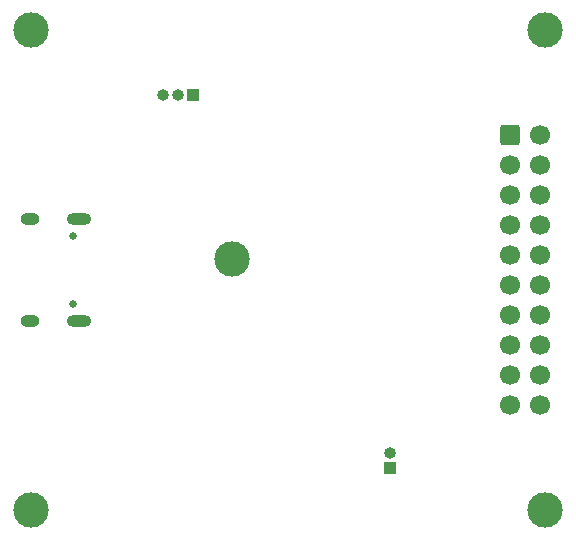
<source format=gbs>
G04 #@! TF.GenerationSoftware,KiCad,Pcbnew,7.0.1-0*
G04 #@! TF.CreationDate,2023-05-08T01:12:17+09:00*
G04 #@! TF.ProjectId,rp2040_jtag_debugger,72703230-3430-45f6-9a74-61675f646562,rev?*
G04 #@! TF.SameCoordinates,Original*
G04 #@! TF.FileFunction,Soldermask,Bot*
G04 #@! TF.FilePolarity,Negative*
%FSLAX46Y46*%
G04 Gerber Fmt 4.6, Leading zero omitted, Abs format (unit mm)*
G04 Created by KiCad (PCBNEW 7.0.1-0) date 2023-05-08 01:12:17*
%MOMM*%
%LPD*%
G01*
G04 APERTURE LIST*
G04 Aperture macros list*
%AMRoundRect*
0 Rectangle with rounded corners*
0 $1 Rounding radius*
0 $2 $3 $4 $5 $6 $7 $8 $9 X,Y pos of 4 corners*
0 Add a 4 corners polygon primitive as box body*
4,1,4,$2,$3,$4,$5,$6,$7,$8,$9,$2,$3,0*
0 Add four circle primitives for the rounded corners*
1,1,$1+$1,$2,$3*
1,1,$1+$1,$4,$5*
1,1,$1+$1,$6,$7*
1,1,$1+$1,$8,$9*
0 Add four rect primitives between the rounded corners*
20,1,$1+$1,$2,$3,$4,$5,0*
20,1,$1+$1,$4,$5,$6,$7,0*
20,1,$1+$1,$6,$7,$8,$9,0*
20,1,$1+$1,$8,$9,$2,$3,0*%
G04 Aperture macros list end*
%ADD10C,3.000000*%
%ADD11RoundRect,0.250000X-0.600000X-0.600000X0.600000X-0.600000X0.600000X0.600000X-0.600000X0.600000X0*%
%ADD12C,1.700000*%
%ADD13R,1.000000X1.000000*%
%ADD14O,1.000000X1.000000*%
%ADD15C,0.650000*%
%ADD16O,2.100000X1.000000*%
%ADD17O,1.600000X1.000000*%
G04 APERTURE END LIST*
D10*
X103250000Y-53250000D03*
X146750000Y-93900000D03*
X103250000Y-93900000D03*
X146750000Y-53250000D03*
D11*
X143750000Y-62150000D03*
D12*
X146290000Y-62150000D03*
X143750000Y-64690000D03*
X146290000Y-64690000D03*
X143750000Y-67230000D03*
X146290000Y-67230000D03*
X143750000Y-69770000D03*
X146290000Y-69770000D03*
X143750000Y-72310000D03*
X146290000Y-72310000D03*
X143750000Y-74850000D03*
X146290000Y-74850000D03*
X143750000Y-77390000D03*
X146290000Y-77390000D03*
X143750000Y-79930000D03*
X146290000Y-79930000D03*
X143750000Y-82470000D03*
X146290000Y-82470000D03*
X143750000Y-85010000D03*
X146290000Y-85010000D03*
D13*
X116951000Y-58760000D03*
D14*
X115681000Y-58760000D03*
X114411000Y-58760000D03*
D13*
X133600000Y-90300000D03*
D14*
X133600000Y-89030000D03*
D15*
X106750000Y-70685000D03*
X106750000Y-76465000D03*
D16*
X107280000Y-69255000D03*
D17*
X103100000Y-69255000D03*
D16*
X107280000Y-77895000D03*
D17*
X103100000Y-77895000D03*
D10*
X120206000Y-72600000D03*
M02*

</source>
